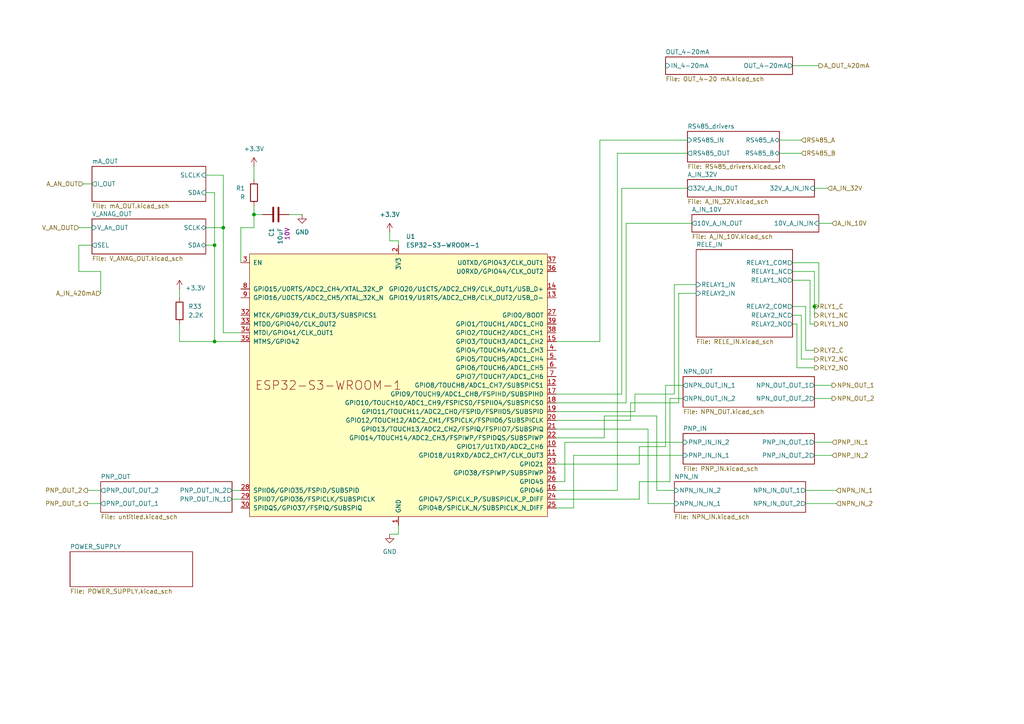
<source format=kicad_sch>
(kicad_sch (version 20250114) (generator "eeschema") (generator_version "9.0")
  (paper "A4")
  (lib_symbols
    (symbol "Device:C" (pin_numbers (hide yes)) (pin_names (offset 0.254))
      (property "Reference" "C" (at 0.635 2.54 0))
      (property "Value" "C" (at 0.635 -2.54 0))
      (symbol "C_0_1"
        (polyline (pts (xy -2.032 0.762) (xy 2.032 0.762)) (stroke (width 0.508)))
        (polyline (pts (xy -2.032 -0.762) (xy 2.032 -0.762)) (stroke (width 0.508)))
      )
      (symbol "C_1_1"
        (pin passive line (at 0 3.81 270) (length 2.794) (name "~") (number "1"))
        (pin passive line (at 0 -3.81 90) (length 2.794) (name "~") (number "2"))
      )
    )
    (symbol "Device:R" (pin_numbers (hide yes)) (pin_names (offset 0))
      (property "Reference" "R" (at 2.032 0 90))
      (property "Value" "R" (at 0 0 90))
      (symbol "R_0_1"
        (rectangle (start -1.016 -2.54) (end 1.016 2.54) (stroke (width 0.254)))
      )
      (symbol "R_1_1"
        (pin passive line (at 0 3.81 270) (length 1.27) (name "~") (number "1"))
        (pin passive line (at 0 -3.81 90) (length 1.27) (name "~") (number "2"))
      )
    )
    (symbol "PCM_Espressif:ESP32-S3-WROOM-1" (pin_names (offset 1.016))
      (property "Reference" "U" (at -43.18 43.18 0))
      (property "Value" "ESP32-S3-WROOM-1" (at -43.18 40.64 0))
      (symbol "ESP32-S3-WROOM-1_0_0"
        (text "ESP32-S3-WROOM-1" (at -20.32 0 0) (effects (font (size 2.54 2.54))))
        (pin input line (at -45.72 35.56 0) (length 2.54) (name "EN") (number "3"))
        (pin bidirectional line (at -45.72 27.94 0) (length 2.54) (name "GPIO15/U0RTS/ADC2_CH4/XTAL_32K_P") (number "8"))
        (pin bidirectional line (at -45.72 25.4 0) (length 2.54) (name "GPIO16/U0CTS/ADC2_CH5/XTAL_32K_N") (number "9"))
        (pin bidirectional line (at -45.72 20.32 0) (length 2.54) (name "MTCK/GPIO39/CLK_OUT3/SUBSPICS1") (number "32"))
        (pin bidirectional line (at -45.72 17.78 0) (length 2.54) (name "MTDO/GPIO40/CLK_OUT2") (number "33"))
        (pin bidirectional line (at -45.72 15.24 0) (length 2.54) (name "MTDI/GPIO41/CLK_OUT1") (number "34"))
        (pin bidirectional line (at -45.72 12.7 0) (length 2.54) (name "MTMS/GPIO42") (number "35"))
        (pin bidirectional line (at -45.72 -30.48 0) (length 2.54) (name "SPIIO6/GPIO35/FSPID/SUBSPID") (number "28"))
        (pin bidirectional line (at -45.72 -33.02 0) (length 2.54) (name "SPIIO7/GPIO36/FSPICLK/SUBSPICLK") (number "29"))
        (pin bidirectional line (at -45.72 -35.56 0) (length 2.54) (name "SPIDQS/GPIO37/FSPIQ/SUBSPIQ") (number "30"))
        (pin power_in line (at 0 40.64 270) (length 2.54) (name "3V3") (number "2"))
        (pin power_in line (at 0 -40.64 90) (length 2.54) (name "GND") (number "1"))
        (pin passive line (at 0 -40.64 90) (length 2.54) (hide yes) (name "GND") (number "40"))
        (pin passive line (at 0 -40.64 90) (length 2.54) (hide yes) (name "GND") (number "41"))
        (pin bidirectional line (at 45.72 35.56 180) (length 2.54) (name "U0TXD/GPIO43/CLK_OUT1") (number "37"))
        (pin bidirectional line (at 45.72 33.02 180) (length 2.54) (name "U0RXD/GPIO44/CLK_OUT2") (number "36"))
        (pin bidirectional line (at 45.72 27.94 180) (length 2.54) (name "GPIO20/U1CTS/ADC2_CH9/CLK_OUT1/USB_D+") (number "14"))
        (pin bidirectional line (at 45.72 25.4 180) (length 2.54) (name "GPIO19/U1RTS/ADC2_CH8/CLK_OUT2/USB_D-") (number "13"))
        (pin bidirectional line (at 45.72 20.32 180) (length 2.54) (name "GPIO0/BOOT") (number "27"))
        (pin bidirectional line (at 45.72 17.78 180) (length 2.54) (name "GPIO1/TOUCH1/ADC1_CH0") (number "39"))
        (pin bidirectional line (at 45.72 15.24 180) (length 2.54) (name "GPIO2/TOUCH2/ADC1_CH1") (number "38"))
        (pin bidirectional line (at 45.72 12.7 180) (length 2.54) (name "GPIO3/TOUCH3/ADC1_CH2") (number "15"))
        (pin bidirectional line (at 45.72 10.16 180) (length 2.54) (name "GPIO4/TOUCH4/ADC1_CH3") (number "4"))
        (pin bidirectional line (at 45.72 7.62 180) (length 2.54) (name "GPIO5/TOUCH5/ADC1_CH4") (number "5"))
        (pin bidirectional line (at 45.72 5.08 180) (length 2.54) (name "GPIO6/TOUCH6/ADC1_CH5") (number "6"))
        (pin bidirectional line (at 45.72 2.54 180) (length 2.54) (name "GPIO7/TOUCH7/ADC1_CH6") (number "7"))
        (pin bidirectional line (at 45.72 0 180) (length 2.54) (name "GPIO8/TOUCH8/ADC1_CH7/SUBSPICS1") (number "12"))
        (pin bidirectional line (at 45.72 -2.54 180) (length 2.54) (name "GPIO9/TOUCH9/ADC1_CH8/FSPIHD/SUBSPIHD") (number "17"))
        (pin bidirectional line (at 45.72 -5.08 180) (length 2.54) (name "GPIO10/TOUCH10/ADC1_CH9/FSPICS0/FSPIIO4/SUBSPICS0") (number "18"))
        (pin bidirectional line (at 45.72 -7.62 180) (length 2.54) (name "GPIO11/TOUCH11/ADC2_CH0/FSPID/FSPIIO5/SUBSPID") (number "19"))
        (pin bidirectional line (at 45.72 -10.16 180) (length 2.54) (name "GPIO12/TOUCH12/ADC2_CH1/FSPICLK/FSPIIO6/SUBSPICLK") (number "20"))
        (pin bidirectional line (at 45.72 -12.7 180) (length 2.54) (name "GPIO13/TOUCH13/ADC2_CH2/FSPIQ/FSPIIO7/SUBSPIQ") (number "21"))
        (pin bidirectional line (at 45.72 -15.24 180) (length 2.54) (name "GPIO14/TOUCH14/ADC2_CH3/FSPIWP/FSPIDQS/SUBSPIWP") (number "22"))
        (pin bidirectional line (at 45.72 -17.78 180) (length 2.54) (name "GPIO17/U1TXD/ADC2_CH6") (number "10"))
        (pin bidirectional line (at 45.72 -20.32 180) (length 2.54) (name "GPIO18/U1RXD/ADC2_CH7/CLK_OUT3") (number "11"))
        (pin bidirectional line (at 45.72 -22.86 180) (length 2.54) (name "GPIO21") (number "23"))
        (pin bidirectional line (at 45.72 -25.4 180) (length 2.54) (name "GPIO38/FSPIWP/SUBSPIWP") (number "31"))
        (pin bidirectional line (at 45.72 -27.94 180) (length 2.54) (name "GPIO45") (number "26"))
        (pin bidirectional line (at 45.72 -30.48 180) (length 2.54) (name "GPIO46") (number "16"))
        (pin bidirectional line (at 45.72 -33.02 180) (length 2.54) (name "GPIO47/SPICLK_P/SUBSPICLK_P_DIFF") (number "24"))
        (pin bidirectional line (at 45.72 -35.56 180) (length 2.54) (name "GPIO48/SPICLK_N/SUBSPICLK_N_DIFF") (number "25"))
      )
      (symbol "ESP32-S3-WROOM-1_0_1"
        (rectangle (start -43.18 38.1) (end 43.18 -38.1) (fill (type background)))
      )
    )
    (symbol "power:+3.3V" (power) (pin_numbers (hide yes)) (pin_names (offset 0) (hide yes))
      (property "Value" "+3.3V" (at 0 3.556 0))
      (symbol "+3.3V_0_1"
        (polyline (pts (xy -0.762 1.27) (xy 0 2.54)))
        (polyline (pts (xy 0 2.54) (xy 0.762 1.27)))
        (polyline (pts (xy 0 0) (xy 0 2.54)))
      )
      (symbol "+3.3V_1_1"
        (pin power_in line (at 0 0 90) (length 0) (name "~") (number "1"))
      )
    )
    (symbol "power:GND" (power) (pin_numbers (hide yes)) (pin_names (offset 0) (hide yes))
      (property "Value" "GND" (at 0 -3.81 0))
      (symbol "GND_0_1"
        (polyline (pts (xy 0 0) (xy 0 -1.27) (xy 1.27 -1.27) (xy 0 -2.54) (xy -1.27 -1.27) (xy 0 -1.27)))
      )
      (symbol "GND_1_1"
        (pin power_in line (at 0 0 270) (length 0) (name "~") (number "1"))
      )
    )
  )
  (junction (at 62.23 99.06))
  (junction (at 73.66 62.23))
  (junction (at 64.77 66.04))
  (junction (at 236.22 88.9))
  (junction (at 62.23 71.12))
  (wire (pts (xy 52.07 93.98) (xy 52.07 99.06)))
  (wire (pts (xy 22.86 71.12) (xy 26.67 71.12)))
  (wire (pts (xy 232.41 104.14) (xy 236.22 104.14)))
  (wire (pts (xy 64.77 96.52) (xy 64.77 66.04)))
  (wire (pts (xy 73.66 59.69) (xy 73.66 62.23)))
  (wire (pts (xy 166.37 147.32) (xy 166.37 132.08)))
  (wire (pts (xy 161.29 142.24) (xy 179.07 142.24)))
  (wire (pts (xy 236.22 132.08) (xy 241.3 132.08)))
  (wire (pts (xy 22.86 66.04) (xy 26.67 66.04)))
  (wire (pts (xy 194.31 139.7) (xy 185.42 139.7)))
  (wire (pts (xy 185.42 134.62) (xy 161.29 134.62)))
  (wire (pts (xy 195.58 82.55) (xy 195.58 114.3)))
  (wire (pts (xy 175.26 120.65) (xy 175.26 127)))
  (wire (pts (xy 163.83 139.7) (xy 161.29 139.7)))
  (wire (pts (xy 232.41 91.44) (xy 232.41 104.14)))
  (wire (pts (xy 236.22 128.27) (xy 241.3 128.27)))
  (wire (pts (xy 76.2 62.23) (xy 73.66 62.23)))
  (wire (pts (xy 179.07 44.45) (xy 179.07 142.24)))
  (wire (pts (xy 166.37 132.08) (xy 198.12 132.08)))
  (wire (pts (xy 29.21 85.09) (xy 29.21 78.74)))
  (wire (pts (xy 83.82 62.23) (xy 87.63 62.23)))
  (wire (pts (xy 233.68 146.05) (xy 242.57 146.05)))
  (wire (pts (xy 181.61 64.77) (xy 200.66 64.77)))
  (wire (pts (xy 229.87 78.74) (xy 236.22 78.74)))
  (wire (pts (xy 113.03 69.85) (xy 113.03 67.31)))
  (wire (pts (xy 193.04 111.76) (xy 193.04 129.54)))
  (wire (pts (xy 62.23 99.06) (xy 69.85 99.06)))
  (wire (pts (xy 231.14 93.98) (xy 231.14 106.68)))
  (wire (pts (xy 236.22 78.74) (xy 236.22 88.9)))
  (wire (pts (xy 69.85 66.04) (xy 73.66 66.04)))
  (wire (pts (xy 229.87 19.05) (xy 237.49 19.05)))
  (wire (pts (xy 234.95 81.28) (xy 234.95 93.98)))
  (wire (pts (xy 64.77 50.8) (xy 64.77 66.04)))
  (wire (pts (xy 193.04 129.54) (xy 185.42 129.54)))
  (wire (pts (xy 64.77 66.04) (xy 59.69 66.04)))
  (wire (pts (xy 182.88 116.84) (xy 196.85 116.84)))
  (wire (pts (xy 237.49 64.77) (xy 241.3 64.77)))
  (wire (pts (xy 229.87 76.2) (xy 237.49 76.2)))
  (wire (pts (xy 180.34 114.3) (xy 161.29 114.3)))
  (wire (pts (xy 181.61 116.84) (xy 181.61 64.77)))
  (wire (pts (xy 173.99 40.64) (xy 199.39 40.64)))
  (wire (pts (xy 182.88 121.92) (xy 182.88 116.84)))
  (wire (pts (xy 229.87 81.28) (xy 234.95 81.28)))
  (wire (pts (xy 187.96 124.46) (xy 187.96 146.05)))
  (wire (pts (xy 29.21 78.74) (xy 22.86 78.74)))
  (wire (pts (xy 233.68 142.24) (xy 242.57 142.24)))
  (wire (pts (xy 190.5 142.24) (xy 195.58 142.24)))
  (wire (pts (xy 67.31 142.24) (xy 69.85 142.24)))
  (wire (pts (xy 115.57 69.85) (xy 115.57 71.12)))
  (wire (pts (xy 179.07 44.45) (xy 199.39 44.45)))
  (wire (pts (xy 161.29 147.32) (xy 166.37 147.32)))
  (wire (pts (xy 196.85 85.09) (xy 201.93 85.09)))
  (wire (pts (xy 184.15 119.38) (xy 184.15 114.3)))
  (wire (pts (xy 173.99 99.06) (xy 161.29 99.06)))
  (wire (pts (xy 187.96 124.46) (xy 161.29 124.46)))
  (wire (pts (xy 59.69 50.8) (xy 64.77 50.8)))
  (wire (pts (xy 229.87 93.98) (xy 231.14 93.98)))
  (wire (pts (xy 190.5 142.24) (xy 190.5 120.65)))
  (wire (pts (xy 163.83 128.27) (xy 198.12 128.27)))
  (wire (pts (xy 115.57 154.94) (xy 113.03 154.94)))
  (wire (pts (xy 234.95 93.98) (xy 236.22 93.98)))
  (wire (pts (xy 226.06 40.64) (xy 232.41 40.64)))
  (wire (pts (xy 184.15 114.3) (xy 195.58 114.3)))
  (wire (pts (xy 29.21 142.24) (xy 25.4 142.24)))
  (wire (pts (xy 69.85 76.2) (xy 69.85 66.04)))
  (wire (pts (xy 173.99 40.64) (xy 173.99 99.06)))
  (wire (pts (xy 194.31 115.57) (xy 194.31 139.7)))
  (wire (pts (xy 161.29 116.84) (xy 181.61 116.84)))
  (wire (pts (xy 229.87 88.9) (xy 233.68 88.9)))
  (wire (pts (xy 62.23 71.12) (xy 59.69 71.12)))
  (wire (pts (xy 22.86 78.74) (xy 22.86 71.12)))
  (wire (pts (xy 196.85 85.09) (xy 196.85 116.84)))
  (wire (pts (xy 182.88 121.92) (xy 161.29 121.92)))
  (wire (pts (xy 73.66 66.04) (xy 73.66 62.23)))
  (wire (pts (xy 180.34 54.61) (xy 180.34 114.3)))
  (wire (pts (xy 115.57 152.4) (xy 115.57 154.94)))
  (wire (pts (xy 184.15 119.38) (xy 161.29 119.38)))
  (wire (pts (xy 236.22 111.76) (xy 241.3 111.76)))
  (wire (pts (xy 195.58 82.55) (xy 201.93 82.55)))
  (wire (pts (xy 52.07 83.82) (xy 52.07 86.36)))
  (wire (pts (xy 229.87 91.44) (xy 232.41 91.44)))
  (wire (pts (xy 198.12 111.76) (xy 193.04 111.76)))
  (wire (pts (xy 185.42 139.7) (xy 185.42 144.78)))
  (wire (pts (xy 236.22 115.57) (xy 241.3 115.57)))
  (wire (pts (xy 175.26 127) (xy 161.29 127)))
  (wire (pts (xy 67.31 144.78) (xy 69.85 144.78)))
  (wire (pts (xy 69.85 96.52) (xy 64.77 96.52)))
  (wire (pts (xy 226.06 44.45) (xy 232.41 44.45)))
  (wire (pts (xy 236.22 88.9) (xy 236.22 91.44)))
  (wire (pts (xy 62.23 55.88) (xy 62.23 71.12)))
  (wire (pts (xy 190.5 120.65) (xy 175.26 120.65)))
  (wire (pts (xy 52.07 99.06) (xy 62.23 99.06)))
  (wire (pts (xy 24.13 53.34) (xy 26.67 53.34)))
  (wire (pts (xy 187.96 146.05) (xy 195.58 146.05)))
  (wire (pts (xy 185.42 129.54) (xy 185.42 134.62)))
  (wire (pts (xy 73.66 48.26) (xy 73.66 52.07)))
  (wire (pts (xy 233.68 88.9) (xy 233.68 101.6)))
  (wire (pts (xy 185.42 144.78) (xy 161.29 144.78)))
  (wire (pts (xy 163.83 128.27) (xy 163.83 139.7)))
  (wire (pts (xy 233.68 101.6) (xy 236.22 101.6)))
  (wire (pts (xy 62.23 99.06) (xy 62.23 71.12)))
  (wire (pts (xy 231.14 106.68) (xy 236.22 106.68)))
  (wire (pts (xy 237.49 76.2) (xy 237.49 88.9)))
  (wire (pts (xy 59.69 55.88) (xy 62.23 55.88)))
  (wire (pts (xy 237.49 88.9) (xy 236.22 88.9)))
  (wire (pts (xy 29.21 146.05) (xy 25.4 146.05)))
  (wire (pts (xy 236.22 54.61) (xy 240.03 54.61)))
  (wire (pts (xy 199.39 54.61) (xy 180.34 54.61)))
  (wire (pts (xy 198.12 115.57) (xy 194.31 115.57)))
  (wire (pts (xy 115.57 69.85) (xy 113.03 69.85)))
  (hierarchical_label "A_IN_420mA" (shape input) (at 29.21 85.09 180))
  (hierarchical_label "RLY2_NO" (shape output) (at 236.22 106.68 0))
  (hierarchical_label "NPN_IN_1" (shape input) (at 242.57 142.24 0))
  (hierarchical_label "PNP_OUT_2" (shape output) (at 25.4 142.24 180))
  (hierarchical_label "RS485_A" (shape input) (at 232.41 40.64 0))
  (hierarchical_label "NPN_OUT_1" (shape output) (at 241.3 111.76 0))
  (hierarchical_label "A_IN_32V" (shape input) (at 240.03 54.61 0))
  (hierarchical_label "NPN_OUT_2" (shape output) (at 241.3 115.57 0))
  (hierarchical_label "A_OUT_420mA" (shape output) (at 237.49 19.05 0))
  (hierarchical_label "PNP_IN_1" (shape input) (at 241.3 128.27 0))
  (hierarchical_label "V_AN_OUT" (shape input) (at 22.86 66.04 180))
  (hierarchical_label "RLY2_NC" (shape output) (at 236.22 104.14 0))
  (hierarchical_label "RLY1_C" (shape output) (at 236.22 88.9 0))
  (hierarchical_label "A_AN_OUT" (shape input) (at 24.13 53.34 180))
  (hierarchical_label "RLY2_C" (shape output) (at 236.22 101.6 0))
  (hierarchical_label "A_IN_10V" (shape input) (at 241.3 64.77 0))
  (hierarchical_label "PNP_IN_2" (shape input) (at 241.3 132.08 0))
  (hierarchical_label "RS485_B" (shape input) (at 232.41 44.45 0))
  (hierarchical_label "PNP_OUT_1" (shape output) (at 25.4 146.05 180))
  (hierarchical_label "RLY1_NO" (shape output) (at 236.22 93.98 0))
  (hierarchical_label "NPN_IN_2" (shape input) (at 242.57 146.05 0))
  (hierarchical_label "RLY1_NC" (shape output) (at 236.22 91.44 0))
  (symbol (lib_id "Device:C") (at 80.01 62.23 90) (mirror x) (unit 1)
    (property "Reference" "C1" (at 78.7399 66.04 0) (effects (justify left)))
    (property "Value" "10uF" (at 81.2799 66.04 0) (effects (justify left)))
    (property "Footprint" "Capacitor_SMD:C_0201_0603Metric" (effects (hide yes)))
    (property "Description" "Unpolarized capacitor" (effects (hide yes)))
    (property "Vol" "10V" (at 83.312 67.818 0))
  )
  (symbol (lib_id "Device:R") (at 73.66 55.88 0) (mirror y) (unit 1)
    (property "Reference" "R1" (at 71.12 54.6099 0) (effects (justify left)))
    (property "Value" "R" (at 71.12 57.1499 0) (effects (justify left)))
    (property "Footprint" "Resistor_SMD:R_0201_0603Metric" (effects (hide yes)))
    (property "Description" "Resistor" (effects (hide yes)))
  )
  (symbol (lib_id "Device:R") (at 52.07 90.17 0) (unit 1)
    (property "Reference" "R33" (at 54.61 88.8999 0) (effects (justify left)))
    (property "Value" "2.2K" (at 54.61 91.4399 0) (effects (justify left)))
    (property "Description" "Resistor" (effects (hide yes)))
  )
  (symbol (lib_id "power:+3.3V") (at 73.66 48.26 0) (mirror y) (unit 1)
    (property "Reference" "#PWR010" (effects (hide yes)))
    (property "Value" "+3.3V" (at 73.66 43.18 0))
    (property "Description" "Power symbol creates a global label with name \"+3.3V\"" (effects (hide yes)))
  )
  (symbol (lib_id "power:GND") (at 87.63 62.23 0) (mirror y) (unit 1)
    (property "Reference" "#PWR012" (effects (hide yes)))
    (property "Value" "GND" (at 87.63 67.31 0))
    (property "Description" "Power symbol creates a global label with name \"GND\" , ground" (effects (hide yes)))
  )
  (symbol (lib_id "power:+3.3V") (at 52.07 83.82 0) (unit 1)
    (property "Reference" "#PWR029" (effects (hide yes)))
    (property "Value" "+3.3V" (at 56.642 83.566 0))
    (property "Description" "Power symbol creates a global label with name \"+3.3V\"" (effects (hide yes)))
  )
  (symbol (lib_id "PCM_Espressif:ESP32-S3-WROOM-1") (at 115.57 111.76 0) (unit 1)
    (property "Reference" "U1" (at 117.7133 68.58 0) (effects (justify left)))
    (property "Value" "ESP32-S3-WROOM-1" (at 117.7133 71.12 0) (effects (justify left)))
    (property "Footprint" "RF_Module:ESP32-S3-WROOM-1" (effects (hide yes)))
    (property "Datasheet" "https://www.espressif.com/sites/default/files/documentation/esp32-s3-wroom-1_wroom-1u_datasheet_en.pdf" (effects (hide yes)))
    (property "Description" "2.4 GHz WiFi (802.11 b/g/n) and Bluetooth ® 5 (LE) module Built around ESP32S3 series of SoCs, Xtensa ® dualcore 32bit LX7 microprocessor Flash up to 16 MB, PSRAM up to 8 MB 36 GPIOs, rich set of peripherals Onboard PCB antenna" (effects (hide yes)))
  )
  (symbol (lib_id "power:GND") (at 113.03 154.94 0) (mirror y) (unit 1)
    (property "Reference" "#PWR04" (effects (hide yes)))
    (property "Value" "GND" (at 113.03 160.02 0))
    (property "Description" "Power symbol creates a global label with name \"GND\" , ground" (effects (hide yes)))
  )
  (symbol (lib_id "power:+3.3V") (at 113.03 67.31 0) (mirror y) (unit 1)
    (property "Reference" "#PWR03" (effects (hide yes)))
    (property "Value" "+3.3V" (at 113.03 62.23 0))
    (property "Description" "Power symbol creates a global label with name \"+3.3V\"" (effects (hide yes)))
  )
  (sheet (at 199.39 38.1) (size 26.67 8.89) (stroke (width 0.1524))
    (property "Sheetname" "RS485_drivers" (at 199.39 37.3884 0) (effects (justify left bottom)))
    (property "Sheetfile" "RS485_drivers.kicad_sch" (at 199.39 47.5746 0) (effects (justify left top)))
    (pin "RS485_A" bidirectional (at 226.06 40.64 0))
    (pin "RS485_B" bidirectional (at 226.06 44.45 0))
    (pin "RS485_IN" input (at 199.39 40.64 180))
    (pin "RS485_OUT" output (at 199.39 44.45 180))
  )
  (sheet (at 26.67 48.26) (size 33.02 10.16) (stroke (width 0.1524))
    (property "Sheetname" "mA_OUT" (at 26.67 47.5484 0) (effects (justify left bottom)))
    (property "Sheetfile" "mA_OUT.kicad_sch" (at 26.67 59.0046 0) (effects (justify left top)))
    (pin "I_OUT" output (at 26.67 53.34 180))
    (pin "SDA" input (at 59.69 55.88 0))
    (pin "SLCLK" input (at 59.69 50.8 0))
  )
  (sheet (at 195.58 139.7) (size 38.1 8.89) (stroke (width 0.1524))
    (property "Sheetname" "NPN_IN" (at 195.58 138.9884 0) (effects (justify left bottom)))
    (property "Sheetfile" "NPN_IN.kicad_sch" (at 195.58 149.1746 0) (effects (justify left top)))
    (pin "NPN_IN_IN_1" input (at 195.58 146.05 180))
    (pin "NPN_IN_IN_2" input (at 195.58 142.24 180))
    (pin "NPN_IN_OUT_1" output (at 233.68 142.24 0))
    (pin "NPN_IN_OUT_2" output (at 233.68 146.05 0))
  )
  (sheet (at 193.04 16.51) (size 36.83 5.08) (stroke (width 0.1524))
    (property "Sheetname" "OUT_4-20mA" (at 193.04 15.7984 0) (effects (justify left bottom)))
    (property "Sheetfile" "OUT_4-20 mA.kicad_sch" (at 193.04 22.1746 0) (effects (justify left top)))
    (pin "IN_4-20mA" input (at 193.04 19.05 180))
    (pin "OUT_4-20mA" output (at 229.87 19.05 0))
  )
  (sheet (at 199.39 52.07) (size 36.83 5.08) (stroke (width 0.1524))
    (property "Sheetname" "A_IN_32V" (at 199.39 51.3584 0) (effects (justify left bottom)))
    (property "Sheetfile" "A_IN_32V.kicad_sch" (at 199.39 57.7346 0) (effects (justify left top)))
    (pin "32V_A_IN_IN" input (at 236.22 54.61 0))
    (pin "32V_A_IN_OUT" output (at 199.39 54.61 180))
  )
  (sheet (at 29.21 139.7) (size 38.1 8.89) (stroke (width 0.1524))
    (property "Sheetname" "PNP_OUT" (at 29.21 138.9884 0) (effects (justify left bottom)))
    (property "Sheetfile" "untitled.kicad_sch" (at 29.21 149.1746 0) (effects (justify left top)))
    (pin "PNP_OUT_IN_1" output (at 67.31 144.78 0))
    (pin "PNP_OUT_IN_2" output (at 67.31 142.24 0))
    (pin "PNP_OUT_OUT_1" output (at 29.21 146.05 180))
    (pin "PNP_OUT_OUT_2" output (at 29.21 142.24 180))
  )
  (sheet (at 198.12 125.73) (size 38.1 8.89) (stroke (width 0.1524))
    (property "Sheetname" "PNP_IN" (at 198.12 125.0184 0) (effects (justify left bottom)))
    (property "Sheetfile" "PNP_IN.kicad_sch" (at 198.12 135.2046 0) (effects (justify left top)))
    (pin "PNP_IN_IN_1" input (at 198.12 132.08 180))
    (pin "PNP_IN_IN_2" input (at 198.12 128.27 180))
    (pin "PNP_IN_OUT_1" output (at 236.22 128.27 0))
    (pin "PNP_IN_OUT_2" output (at 236.22 132.08 0))
  )
  (sheet (at 200.66 62.23) (size 36.83 5.08) (stroke (width 0.1524))
    (property "Sheetname" "A_IN_10V" (at 200.66 61.5184 0) (effects (justify left bottom)))
    (property "Sheetfile" "A_IN_10V.kicad_sch" (at 200.66 67.8946 0) (effects (justify left top)))
    (pin "10V_A_IN_IN" input (at 237.49 64.77 0))
    (pin "10V_A_IN_OUT" output (at 200.66 64.77 180))
  )
  (sheet (at 20.32 160.02) (size 35.56 10.16) (stroke (width 0.1524))
    (property "Sheetname" "POWER_SUPPLY" (at 20.32 159.3084 0) (effects (justify left bottom)))
    (property "Sheetfile" "POWER_SUPPLY.kicad_sch" (at 20.32 170.7646 0) (effects (justify left top)))
  )
  (sheet (at 26.67 63.5) (size 33.02 10.16) (stroke (width 0.1524))
    (property "Sheetname" "V_ANAG_OUT" (at 26.67 62.7884 0) (effects (justify left bottom)))
    (property "Sheetfile" "V_ANAG_OUT.kicad_sch" (at 26.67 74.2446 0) (effects (justify left top)))
    (pin "SCLK" bidirectional (at 59.69 66.04 0))
    (pin "SDA" bidirectional (at 59.69 71.12 0))
    (pin "SEL" output (at 26.67 71.12 180))
    (pin "V_An_OUT" input (at 26.67 66.04 180))
  )
  (sheet (at 198.12 109.22) (size 38.1 8.89) (stroke (width 0.1524))
    (property "Sheetname" "NPN_OUT" (at 198.12 108.5084 0) (effects (justify left bottom)))
    (property "Sheetfile" "NPN_OUT.kicad_sch" (at 198.12 118.6946 0) (effects (justify left top)))
    (pin "NPN_OUT_IN_1" output (at 198.12 111.76 180))
    (pin "NPN_OUT_IN_2" output (at 198.12 115.57 180))
    (pin "NPN_OUT_OUT_1" output (at 236.22 111.76 0))
    (pin "NPN_OUT_OUT_2" output (at 236.22 115.57 0))
  )
  (sheet (at 201.93 72.39) (size 27.94 25.4) (stroke (width 0.1524))
    (property "Sheetname" "RELE_IN" (at 201.93 71.6784 0) (effects (justify left bottom)))
    (property "Sheetfile" "RELE_IN.kicad_sch" (at 201.93 98.3746 0) (effects (justify left top)))
    (pin "RELAY1_COM" output (at 229.87 76.2 0))
    (pin "RELAY1_IN" input (at 201.93 82.55 180))
    (pin "RELAY1_NC" output (at 229.87 78.74 0))
    (pin "RELAY1_NO" output (at 229.87 81.28 0))
    (pin "RELAY2_COM" output (at 229.87 88.9 0))
    (pin "RELAY2_IN" input (at 201.93 85.09 180))
    (pin "RELAY2_NC" output (at 229.87 91.44 0))
    (pin "RELAY2_NO" output (at 229.87 93.98 0))
  )
)
</source>
